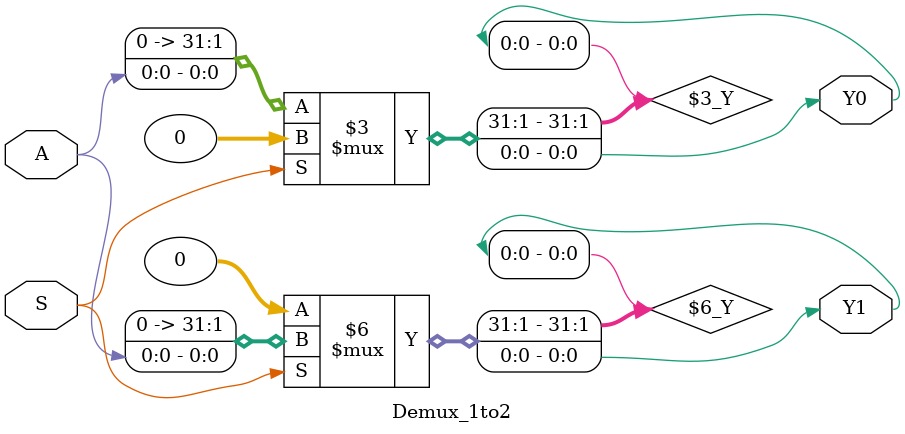
<source format=v>
module Demux_1to2 (
    input A,
    input S,
    output Y0,
    output Y1
);
    assign Y0 = (S == 0) ? A : 0;
    assign Y1 = (S == 1) ? A : 0;
endmodule

</source>
